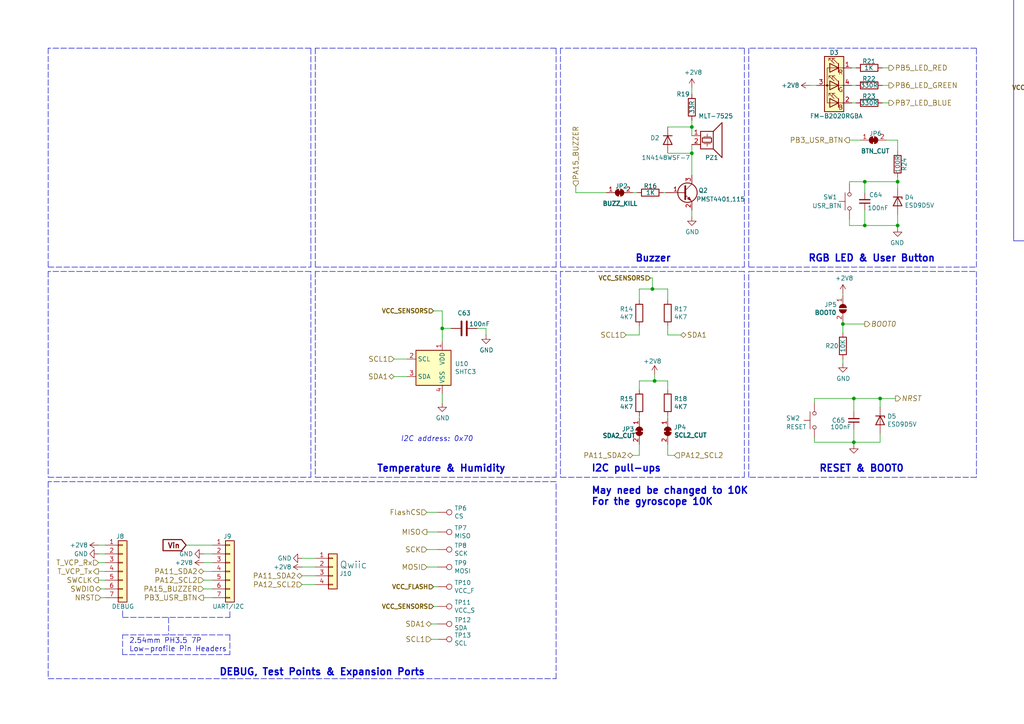
<source format=kicad_sch>
(kicad_sch (version 20231120) (generator "eeschema") (generator_version "8.0")
  (paper "A4")
  (title_block (title "Peripherals") (date "2025-03-08") (rev "1.1b") (company "BCIT BAJA"))
  (lib_symbols
    (symbol "AD7124-8BCPZ-RL7-adc:AD7124-8BCPZ-RL7" (pin_names (offset 0.254))
      (property "Reference" "U" (at 58.42 10.16 0))
      (property "Value" "AD7124-8BCPZ-RL7" (at 58.42 7.62 0))
      (symbol "AD7124-8BCPZ-RL7_0_1"
        (pin output line (at 0 0 0) (length 7.62) (name "REGCAPD") (number "1"))
        (pin bidirectional line (at 0 -22.86 0) (length 7.62) (name "AIN6/IOUT/VBIAS") (number "10"))
        (pin bidirectional line (at 0 -25.4 0) (length 7.62) (name "AIN7/IOUT/VBIAS") (number "11"))
        (pin input line (at 0 -27.94 0) (length 7.62) (name "REFIN1(+)") (number "12"))
        (pin input line (at 0 -30.48 0) (length 7.62) (name "REFIN1(-)") (number "13"))
        (pin bidirectional line (at 0 -33.02 0) (length 7.62) (name "AIN8/IOUT/VBIAS") (number "14"))
        (pin bidirectional line (at 0 -35.56 0) (length 7.62) (name "AIN9/IOUT/VBIAS") (number "15"))
        (pin bidirectional line (at 0 -38.1 0) (length 7.62) (name "AIN10/IOUT/VBIAS") (number "16"))
        (pin bidirectional line (at 116.84 -40.64 180) (length 7.62) (name "AIN11/IOUT/VBIAS") (number "17"))
        (pin bidirectional line (at 116.84 -38.1 180) (length 7.62) (name "AIN12/IOUT/VBIAS") (number "18"))
        (pin bidirectional line (at 116.84 -35.56 180) (length 7.62) (name "AIN13/IOUT/VBIAS") (number "19"))
        (pin power_in line (at 0 -2.54 0) (length 7.62) (name "IOVDD") (number "2"))
        (pin bidirectional line (at 116.84 -33.02 180) (length 7.62) (name "AIN14/IOUT/VBIAS/REFIN2(+)") (number "20"))
        (pin bidirectional line (at 116.84 -30.48 180) (length 7.62) (name "AIN15/IOUT/VBIAS/REFIN2(-)") (number "21"))
        (pin output line (at 116.84 -27.94 180) (length 7.62) (name "REFOUT") (number "22"))
        (pin power_in line (at 116.84 -25.4 180) (length 7.62) (name "AVSS") (number "23"))
        (pin output line (at 116.84 -22.86 180) (length 7.62) (name "REGCAPA") (number "24"))
        (pin unspecified line (at 116.84 -20.32 180) (length 7.62) (name "PSW") (number "25"))
        (pin power_in line (at 116.84 -17.78 180) (length 7.62) (name "AVDD") (number "26"))
        (pin input line (at 116.84 -15.24 180) (length 7.62) (name "*SYNC") (number "27"))
        (pin output line (at 116.84 -12.7 180) (length 7.62) (name "DOUT/*RDY") (number "28"))
        (pin input line (at 116.84 -10.16 180) (length 7.62) (name "DIN") (number "29"))
        (pin power_out line (at 0 -5.08 0) (length 7.62) (name "DGND") (number "3"))
        (pin input line (at 116.84 -7.62 180) (length 7.62) (name "SCLK") (number "30"))
        (pin bidirectional line (at 116.84 -5.08 180) (length 7.62) (name "CLK") (number "31"))
        (pin input line (at 116.84 -2.54 180) (length 7.62) (name "*CS") (number "32"))
        (pin power_out line (at 116.84 0 180) (length 7.62) (name "EP") (number "33"))
        (pin bidirectional line (at 0 -7.62 0) (length 7.62) (name "AIN0/IOUT/VBIAS") (number "4"))
        (pin bidirectional line (at 0 -10.16 0) (length 7.62) (name "AIN1/IOUT/VBIAS") (number "5"))
        (pin bidirectional line (at 0 -12.7 0) (length 7.62) (name "AIN2/IOUT/VBIAS/P1") (number "6"))
        (pin bidirectional line (at 0 -15.24 0) (length 7.62) (name "AIN3/IOUT/VBIAS/P2") (number "7"))
        (pin bidirectional line (at 0 -17.78 0) (length 7.62) (name "AIN4/IOUT/VBIAS/P3") (number "8"))
        (pin bidirectional line (at 0 -20.32 0) (length 7.62) (name "AIN5/IOUT/VBIAS/P4") (number "9"))
      )
    )
    (symbol "CC0603KRX7R7BB104-Gyro0.1uF:CC0603KRX7R7BB104" (pin_names (offset 1.016))
      (property "Reference" "C" (at -12.7 6.08 0))
      (property "Value" "CC0603KRX7R7BB104" (at -12.7 -9.08 0))
      (symbol "CC0603KRX7R7BB104_0_0"
        (pin bidirectional line (at -17.78 2.54 0) (length 5.08) (name "C1") (number "1"))
        (pin bidirectional line (at -17.78 0 0) (length 5.08) (name "C2") (number "2"))
      )
    )
    (symbol "Connector:TestPoint" (pin_numbers hide) (pin_names (offset 0.762) hide)
      (property "Reference" "TP" (at 0 6.858 0))
      (property "Value" "TestPoint" (at 0 5.08 0))
      (symbol "TestPoint_1_1"
        (pin passive line (at 0 0 90) (length 2.54) (name "1") (number "1"))
      )
    )
    (symbol "Connector_Generic:Conn_01x04" (pin_names (offset 1.016) hide)
      (property "Reference" "J" (at 0 5.08 0))
      (property "Value" "Conn_01x04" (at 0 -7.62 0))
      (symbol "Conn_01x04_1_1"
        (pin passive line (at -5.08 2.54 0) (length 3.81) (name "Pin_1") (number "1"))
        (pin passive line (at -5.08 0 0) (length 3.81) (name "Pin_2") (number "2"))
        (pin passive line (at -5.08 -2.54 0) (length 3.81) (name "Pin_3") (number "3"))
        (pin passive line (at -5.08 -5.08 0) (length 3.81) (name "Pin_4") (number "4"))
      )
    )
    (symbol "Connector_Generic:Conn_01x07" (pin_names (offset 1.016) hide)
      (property "Reference" "J" (at 0 10.16 0))
      (property "Value" "Conn_01x07" (at 0 -10.16 0))
      (symbol "Conn_01x07_1_1"
        (pin passive line (at -5.08 7.62 0) (length 3.81) (name "Pin_1") (number "1"))
        (pin passive line (at -5.08 5.08 0) (length 3.81) (name "Pin_2") (number "2"))
        (pin passive line (at -5.08 2.54 0) (length 3.81) (name "Pin_3") (number "3"))
        (pin passive line (at -5.08 0 0) (length 3.81) (name "Pin_4") (number "4"))
        (pin passive line (at -5.08 -2.54 0) (length 3.81) (name "Pin_5") (number "5"))
        (pin passive line (at -5.08 -5.08 0) (length 3.81) (name "Pin_6") (number "6"))
        (pin passive line (at -5.08 -7.62 0) (length 3.81) (name "Pin_7") (number "7"))
      )
    )
    (symbol "Connector_Generic:Conn_02x08_Odd_Even" (pin_names (offset 1.016) hide)
      (property "Reference" "J" (at 1.27 10.16 0))
      (property "Value" "Conn_02x08_Odd_Even" (at 1.27 -12.7 0))
      (symbol "Conn_02x08_Odd_Even_1_1"
        (pin passive line (at -5.08 7.62 0) (length 3.81) (name "Pin_1") (number "1"))
        (pin passive line (at 7.62 -2.54 180) (length 3.81) (name "Pin_10") (number "10"))
        (pin passive line (at -5.08 -5.08 0) (length 3.81) (name "Pin_11") (number "11"))
        (pin passive line (at 7.62 -5.08 180) (length 3.81) (name "Pin_12") (number "12"))
        (pin passive line (at -5.08 -7.62 0) (length 3.81) (name "Pin_13") (number "13"))
        (pin passive line (at 7.62 -7.62 180) (length 3.81) (name "Pin_14") (number "14"))
        (pin passive line (at -5.08 -10.16 0) (length 3.81) (name "Pin_15") (number "15"))
        (pin passive line (at 7.62 -10.16 180) (length 3.81) (name "Pin_16") (number "16"))
        (pin passive line (at 7.62 7.62 180) (length 3.81) (name "Pin_2") (number "2"))
        (pin passive line (at -5.08 5.08 0) (length 3.81) (name "Pin_3") (number "3"))
        (pin passive line (at 7.62 5.08 180) (length 3.81) (name "Pin_4") (number "4"))
        (pin passive line (at -5.08 2.54 0) (length 3.81) (name "Pin_5") (number "5"))
        (pin passive line (at 7.62 2.54 180) (length 3.81) (name "Pin_6") (number "6"))
        (pin passive line (at -5.08 0 0) (length 3.81) (name "Pin_7") (number "7"))
        (pin passive line (at 7.62 0 180) (length 3.81) (name "Pin_8") (number "8"))
        (pin passive line (at -5.08 -2.54 0) (length 3.81) (name "Pin_9") (number "9"))
      )
    )
    (symbol "Device:C" (pin_numbers hide) (pin_names (offset 0.254))
      (property "Reference" "C" (at 0.635 2.54 0))
      (property "Value" "C" (at 0.635 -2.54 0))
      (symbol "C_1_1"
        (pin passive line (at 0 3.81 270) (length 2.794) (name "~") (number "1"))
        (pin passive line (at 0 -3.81 90) (length 2.794) (name "~") (number "2"))
      )
    )
    (symbol "Device:C_Small" (pin_numbers hide) (pin_names (offset 0.254) hide)
      (property "Reference" "C" (at 0.254 1.778 0))
      (property "Value" "C_Small" (at 0.254 -2.032 0))
      (symbol "C_Small_1_1"
        (pin passive line (at 0 2.54 270) (length 2.032) (name "~") (number "1"))
        (pin passive line (at 0 -2.54 90) (length 2.032) (name "~") (number "2"))
      )
    )
    (symbol "Device:D_Zener" (pin_numbers hide) (pin_names (offset 1.016) hide)
      (property "Reference" "D" (at 0 2.54 0))
      (property "Value" "D_Zener" (at 0 -2.54 0))
      (symbol "D_Zener_1_1"
        (pin passive line (at -3.81 0 0) (length 2.54) (name "K") (number "1"))
        (pin passive line (at 3.81 0 180) (length 2.54) (name "A") (number "2"))
      )
    )
    (symbol "Device:R" (pin_numbers hide) (pin_names (offset 0))
      (property "Reference" "R" (at 2.032 0 90))
      (property "Value" "R" (at 0 0 90))
      (symbol "R_1_1"
        (pin passive line (at 0 3.81 270) (length 1.27) (name "~") (number "1"))
        (pin passive line (at 0 -3.81 90) (length 1.27) (name "~") (number "2"))
      )
    )
    (symbol "Device:Speaker_Crystal" (pin_names (offset 0) hide)
      (property "Reference" "LS" (at 0.635 5.715 0))
      (property "Value" "Speaker_Crystal" (at 0.635 3.81 0))
      (symbol "Speaker_Crystal_1_1"
        (pin input line (at -5.08 0 0) (length 2.54) (name "1") (number "1"))
        (pin input line (at -5.08 -2.54 0) (length 2.54) (name "2") (number "2"))
      )
    )
    (symbol "Diode:1N4148WS" (pin_numbers hide) (pin_names (offset 1.016) hide)
      (property "Reference" "D" (at 0 2.54 0))
      (property "Value" "1N4148WS" (at 0 -2.54 0))
      (symbol "1N4148WS_1_1"
        (pin passive line (at -3.81 0 0) (length 2.54) (name "K") (number "1"))
        (pin passive line (at 3.81 0 180) (length 2.54) (name "A") (number "2"))
      )
    )
    (symbol "ERJ-3EKF1002V-10k-PU:ERJ-3EKF1002V" (pin_names (offset 0.254))
      (property "Reference" "R" (at 5.715 3.81 0))
      (property "Value" "ERJ-3EKF1002V" (at 6.35 -3.81 0))
      (symbol "ERJ-3EKF1002V_1_1"
        (pin unspecified line (at 12.7 0 180) (length 2.54) (name "") (number "1"))
        (pin unspecified line (at 0 0 0) (length 2.54) (name "") (number "2"))
      )
      (symbol "ERJ-3EKF1002V_1_2"
        (pin unspecified line (at 0 12.7 270) (length 2.54) (name "") (number "1"))
        (pin unspecified line (at 0 0 90) (length 2.54) (name "") (number "2"))
      )
    )
    (symbol "GND_1" (power) (pin_numbers hide) (pin_names (offset 0) hide)
      (property "Value" "GND" (at 0 -3.81 0))
      (symbol "GND_1_1_1"
        (pin power_in line (at 0 0 270) (length 0) (name "~") (number "1"))
      )
    )
    (symbol "ICM-42605-gyroscope:ICM-42605" (pin_names (offset 0.254))
      (property "Reference" "U" (at 48.26 10.16 0))
      (property "Value" "ICM-42605" (at 48.26 7.62 0))
      (symbol "ICM-42605_0_1"
        (pin bidirectional line (at 0 0 0) (length 7.62) (name "AP_SDO/AP_AD0") (number "1"))
        (pin no_connect line (at 96.52 -10.16 180) (length 7.62) (name "RESV") (number "10"))
        (pin no_connect line (at 96.52 -7.62 180) (length 7.62) (name "RESV") (number "11"))
        (pin unspecified line (at 96.52 -5.08 180) (length 7.62) (name "AP_CS") (number "12"))
        (pin unspecified line (at 96.52 -2.54 180) (length 7.62) (name "AP_SCL/AP_SCLK") (number "13"))
        (pin unspecified line (at 96.52 0 180) (length 7.62) (name "AP_SDA/AP_SDIO/AP_SDI") (number "14"))
        (pin no_connect line (at 0 -2.54 0) (length 7.62) (name "RESV") (number "2"))
        (pin no_connect line (at 0 -5.08 0) (length 7.62) (name "RESV") (number "3"))
        (pin bidirectional line (at 0 -7.62 0) (length 7.62) (name "INT1/INT") (number "4"))
        (pin power_in line (at 0 -10.16 0) (length 7.62) (name "VDDIO") (number "5"))
        (pin power_out line (at 0 -12.7 0) (length 7.62) (name "GND") (number "6"))
        (pin no_connect line (at 0 -15.24 0) (length 7.62) (name "RESV") (number "7"))
        (pin power_in line (at 96.52 -15.24 180) (length 7.62) (name "VDD") (number "8"))
        (pin bidirectional line (at 96.52 -12.7 180) (length 7.62) (name "INT2/FSYNC") (number "9"))
      )
    )
    (symbol "Jumper:SolderJumper_2_Bridged" (pin_names (offset 0) hide)
      (property "Reference" "JP" (at 0 2.032 0))
      (property "Value" "SolderJumper_2_Bridged" (at 0 -2.54 0))
      (symbol "SolderJumper_2_Bridged_1_1"
        (pin passive line (at -3.81 0 0) (length 2.54) (name "A") (number "1"))
        (pin passive line (at 3.81 0 180) (length 2.54) (name "B") (number "2"))
      )
    )
    (symbol "Jumper:SolderJumper_2_Open" (pin_names (offset 0) hide)
      (property "Reference" "JP" (at 0 2.032 0))
      (property "Value" "SolderJumper_2_Open" (at 0 -2.54 0))
      (symbol "SolderJumper_2_Open_1_1"
        (pin passive line (at -3.81 0 0) (length 2.54) (name "A") (number "1"))
        (pin passive line (at 3.81 0 180) (length 2.54) (name "B") (number "2"))
      )
    )
    (symbol "MRF89XAM9AT-antenna:MRF89XAM9AT-I_RM" (pin_names (offset 0.254))
      (property "Reference" "U" (at 25.4 10.16 0))
      (property "Value" "MRF89XAM9AT-I/RM" (at 25.4 7.62 0))
      (symbol "MRF89XAM9AT-I_RM_0_1"
        (pin power_out line (at 0 0 0) (length 7.62) (name "GND") (number "1"))
        (pin power_in line (at 50.8 -5.08 180) (length 7.62) (name "VIN") (number "10"))
        (pin power_out line (at 50.8 -2.54 180) (length 7.62) (name "GND") (number "11"))
        (pin power_out line (at 50.8 0 180) (length 7.62) (name "GND") (number "12"))
        (pin input line (at 0 -2.54 0) (length 7.62) (name "RESET") (number "2"))
        (pin input line (at 0 -5.08 0) (length 7.62) (name "*CSCON") (number "3"))
        (pin output line (at 0 -7.62 0) (length 7.62) (name "IRQ0") (number "4"))
        (pin input line (at 0 -10.16 0) (length 7.62) (name "SDI") (number "5"))
        (pin input line (at 0 -12.7 0) (length 7.62) (name "SCK") (number "6"))
        (pin output line (at 50.8 -12.7 180) (length 7.62) (name "SDO") (number "7"))
        (pin input line (at 50.8 -10.16 180) (length 7.62) (name "*CSDATA") (number "8"))
        (pin output line (at 50.8 -7.62 180) (length 7.62) (name "IRQ1") (number "9"))
      )
    )
    (symbol "Sensor_Humidity:SHTC3"
      (property "Reference" "U" (at -3.81 6.35 0))
      (property "Value" "SHTC3" (at -2.54 -6.35 0))
      (symbol "SHTC3_1_1"
        (pin power_in line (at 2.54 7.62 270) (length 2.54) (name "VDD") (number "1"))
        (pin input line (at -7.62 2.54 0) (length 2.54) (name "SCL") (number "2"))
        (pin bidirectional line (at -7.62 -2.54 0) (length 2.54) (name "SDA") (number "3"))
        (pin power_in line (at 2.54 -7.62 90) (length 2.54) (name "VSS") (number "4"))
        (pin no_connect line (at 5.08 0 180) (length 2.54) hide (name "NC") (number "5"))
      )
    )
    (symbol "Switch:SW_Push" (pin_numbers hide) (pin_names (offset 1.016) hide)
      (property "Reference" "SW" (at 1.27 2.54 0))
      (property "Value" "SW_Push" (at 0 -1.524 0))
      (symbol "SW_Push_0_1"
        (pin passive line (at -5.08 0 0) (length 2.54) (name "1") (number "1"))
        (pin passive line (at 5.08 0 180) (length 2.54) (name "2") (number "2"))
      )
    )
    (symbol "Transistor_BJT:2SC4213" (pin_names (offset 0) hide)
      (property "Reference" "Q" (at 5.08 1.905 0))
      (property "Value" "2SC4213" (at 5.08 0 0))
      (symbol "2SC4213_1_1"
        (pin input line (at -5.08 0 0) (length 5.715) (name "B") (number "1"))
        (pin passive line (at 2.54 -5.08 90) (length 2.54) (name "E") (number "2"))
        (pin passive line (at 2.54 5.08 270) (length 2.54) (name "C") (number "3"))
      )
    )
    (symbol "node-lib-v1:FM-B2020RGBA" (pin_names (offset 0) hide)
      (property "Reference" "D" (at 0 9.398 0))
      (property "Value" "FM-B2020RGBA" (at 0 -8.89 0))
      (symbol "FM-B2020RGBA_0_0"
        (text "B" (at -1.905 -6.35 0) (effects (font (size 1.27 1.27))))
        (text "G" (at -1.905 -1.27 0) (effects (font (size 1.27 1.27))))
        (text "R" (at -1.905 3.81 0) (effects (font (size 1.27 1.27))))
      )
      (symbol "FM-B2020RGBA_1_1"
        (pin passive line (at -5.08 5.08 0) (length 2.54) (name "RK") (number "1"))
        (pin passive line (at -5.08 -5.08 0) (length 2.54) (name "GK") (number "2"))
        (pin passive line (at 5.08 0 180) (length 2.54) (name "BK") (number "3"))
        (pin passive line (at -5.08 0 0) (length 2.54) (name "A") (number "4"))
      )
    )
    (symbol "power:+2V8" (power) (pin_names (offset 0))
      (property "Value" "+2V8" (at 0 3.556 0))
      (symbol "+2V8_1_1"
        (pin power_in line (at 0 0 90) (length 0) hide (name "+2V8") (number "1"))
      )
    )
    (symbol "power:+3.3V" (power) (pin_numbers hide) (pin_names (offset 0) hide)
      (property "Value" "+3.3V" (at 0 3.556 0))
      (symbol "+3.3V_1_1"
        (pin power_in line (at 0 0 90) (length 0) (name "~") (number "1"))
      )
    )
    (symbol "power:GND" (power) (pin_names (offset 0))
      (property "Value" "GND" (at 0 -3.81 0))
      (symbol "GND_1_1"
        (pin power_in line (at 0 0 270) (length 0) hide (name "GND") (number "1"))
      )
    )
  )
  (junction (at 320.04 30.48))
  (junction (at 320.04 27.94))
  (junction (at 332.74 40.64))
  (junction (at 386.08 182.88))
  (junction (at 335.28 168.91))
  (junction (at 260.35 65.405))
  (junction (at 332.74 27.94))
  (junction (at 200.66 36.83))
  (junction (at 247.65 128.27))
  (junction (at 250.825 65.405))
  (junction (at 320.04 38.1))
  (junction (at 332.74 33.02))
  (junction (at 396.24 168.91))
  (junction (at 247.65 115.57))
  (junction (at 406.4 168.91))
  (junction (at 244.475 93.98))
  (junction (at 320.04 35.56))
  (junction (at 332.74 38.1))
  (junction (at 320.04 33.02))
  (junction (at 332.74 43.18))
  (junction (at 189.865 110.49))
  (junction (at 332.74 30.48))
  (junction (at 128.27 95.25))
  (junction (at 255.27 115.57))
  (junction (at 332.74 35.56))
  (junction (at 320.04 25.4))
  (junction (at 189.23 83.82))
  (junction (at 200.66 44.45))
  (junction (at 320.04 40.64))
  (junction (at 250.825 52.705))
  (junction (at 260.35 52.705))
  (polyline (pts (xy 217.17 77.47) (xy 283.21 77.47)) (stroke (width 0) (type dash)))
  (wire (pts (xy 260.35 62.23) (xy 260.35 65.405)))
  (wire (pts (xy 257.81 24.765) (xy 255.905 24.765)))
  (wire (pts (xy 200.66 27.305) (xy 200.66 25.4)))
  (wire (pts (xy 185.42 110.49) (xy 185.42 113.03)))
  (polyline (pts (xy 90.17 13.97) (xy 13.97 13.97)) (stroke (width 0) (type dash)))
  (wire (pts (xy 193.675 94.615) (xy 193.675 97.155)))
  (wire (pts (xy 118.11 104.14) (xy 114.3 104.14)))
  (polyline (pts (xy 91.44 78.74) (xy 91.44 138.43)) (stroke (width 0) (type dash)))
  (polyline (pts (xy 161.29 78.74) (xy 91.44 78.74)) (stroke (width 0) (type dash)))
  (polyline (pts (xy 162.56 78.74) (xy 162.56 138.43)) (stroke (width 0) (type dash)))
  (wire (pts (xy 193.675 36.83) (xy 200.66 36.83)))
  (polyline (pts (xy 13.97 78.74) (xy 13.97 138.43)) (stroke (width 0) (type dash)))
  (wire (pts (xy 185.42 120.65) (xy 185.42 121.285)))
  (wire (pts (xy 140.97 95.25) (xy 140.97 97.155)))
  (polyline (pts (xy 13.97 196.85) (xy 161.29 196.85)) (stroke (width 0) (type dash)))
  (wire (pts (xy 332.74 43.18) (xy 332.74 45.72)))
  (wire (pts (xy 320.04 35.56) (xy 320.04 33.02)))
  (wire (pts (xy 246.38 63.5) (xy 246.38 65.405)))
  (wire (pts (xy 246.38 52.705) (xy 246.38 53.34)))
  (wire (pts (xy 193.675 97.155) (xy 197.485 97.155)))
  (polyline (pts (xy 90.17 138.43) (xy 90.17 78.74)) (stroke (width 0) (type dash)))
  (polyline (pts (xy 215.9 78.74) (xy 162.56 78.74)) (stroke (width 0) (type dash)))
  (wire (pts (xy 260.35 40.64) (xy 260.35 43.815)))
  (polyline (pts (xy 91.44 138.43) (xy 161.29 138.43)) (stroke (width 0) (type dash)))
  (polyline (pts (xy 161.29 139.7) (xy 13.97 139.7)) (stroke (width 0) (type dash)))
  (polyline (pts (xy 161.29 13.97) (xy 91.44 13.97)) (stroke (width 0) (type dash)))
  (wire (pts (xy 87.63 169.545) (xy 91.44 169.545)))
  (wire (pts (xy 411.48 54.61) (xy 414.655 54.61)))
  (polyline (pts (xy 90.17 78.74) (xy 13.97 78.74)) (stroke (width 0) (type dash)))
  (wire (pts (xy 59.055 173.355) (xy 61.595 173.355)))
  (wire (pts (xy 332.74 38.1) (xy 332.74 40.64)))
  (wire (pts (xy 332.74 33.02) (xy 332.74 35.56)))
  (polyline (pts (xy 35.56 189.865) (xy 35.56 184.15)) (stroke (width 0) (type dash)))
  (wire (pts (xy 257.175 40.64) (xy 260.35 40.64)))
  (wire (pts (xy 236.22 116.84) (xy 236.22 115.57)))
  (wire (pts (xy 29.21 170.815) (xy 30.48 170.815)))
  (wire (pts (xy 255.27 118.11) (xy 255.27 115.57)))
  (wire (pts (xy 417.83 168.91) (xy 417.83 176.53)))
  (wire (pts (xy 61.595 160.655) (xy 59.055 160.655)))
  (wire (pts (xy 189.865 108.585) (xy 189.865 110.49)))
  (wire (pts (xy 189.23 83.82) (xy 193.675 83.82)))
  (polyline (pts (xy 161.29 196.85) (xy 161.29 139.7)) (stroke (width 0) (type dash)))
  (wire (pts (xy 250.825 55.88) (xy 250.825 52.705)))
  (polyline (pts (xy 35.56 179.07) (xy 66.675 179.07)) (stroke (width 0) (type dash)))
  (wire (pts (xy 87.63 161.925) (xy 91.44 161.925)))
  (wire (pts (xy 320.04 27.94) (xy 320.04 25.4)))
  (polyline (pts (xy 66.675 179.07) (xy 66.675 177.165)) (stroke (width 0) (type dash)))
  (wire (pts (xy 326.39 193.04) (xy 335.28 193.04)))
  (wire (pts (xy 167.005 55.88) (xy 175.895 55.88)))
  (wire (pts (xy 247.65 115.57) (xy 255.27 115.57)))
  (wire (pts (xy 244.475 104.14) (xy 244.475 105.41)))
  (wire (pts (xy 30.48 158.115) (xy 28.575 158.115)))
  (polyline (pts (xy 215.9 13.97) (xy 162.56 13.97)) (stroke (width 0) (type dash)))
  (wire (pts (xy 396.24 168.91) (xy 396.24 187.96)))
  (wire (pts (xy 244.475 93.345) (xy 244.475 93.98)))
  (wire (pts (xy 386.08 190.5) (xy 397.51 190.5)))
  (wire (pts (xy 244.475 85.09) (xy 244.475 85.725)))
  (polyline (pts (xy 91.44 13.97) (xy 91.44 77.47)) (stroke (width 0) (type dash)))
  (wire (pts (xy 386.08 182.88) (xy 386.08 185.42)))
  (wire (pts (xy 406.4 184.15) (xy 406.4 186.69)))
  (wire (pts (xy 193.675 110.49) (xy 193.675 113.03)))
  (wire (pts (xy 320.04 33.02) (xy 320.04 30.48)))
  (wire (pts (xy 244.475 93.98) (xy 250.825 93.98)))
  (wire (pts (xy 53.975 158.115) (xy 61.595 158.115)))
  (wire (pts (xy 193.675 132.08) (xy 195.58 132.08)))
  (wire (pts (xy 193.675 83.82) (xy 193.675 86.995)))
  (wire (pts (xy 255.905 19.685) (xy 257.81 19.685)))
  (wire (pts (xy 417.83 184.15) (xy 417.83 186.69)))
  (wire (pts (xy 189.23 80.645) (xy 189.23 83.82)))
  (wire (pts (xy 30.48 163.195) (xy 28.575 163.195)))
  (wire (pts (xy 28.575 160.655) (xy 30.48 160.655)))
  (wire (pts (xy 313.69 168.91) (xy 313.69 177.8)))
  (wire (pts (xy 260.35 52.705) (xy 250.825 52.705)))
  (polyline (pts (xy 13.97 138.43) (xy 90.17 138.43)) (stroke (width 0) (type dash)))
  (wire (pts (xy 247.65 128.27) (xy 255.27 128.27)))
  (polyline (pts (xy 215.9 77.47) (xy 215.9 13.97)) (stroke (width 0) (type dash)))
  (wire (pts (xy 260.35 65.405) (xy 260.35 66.04)))
  (wire (pts (xy 185.42 83.82) (xy 185.42 86.995)))
  (wire (pts (xy 320.04 30.48) (xy 320.04 27.94)))
  (wire (pts (xy 260.35 65.405) (xy 250.825 65.405)))
  (wire (pts (xy 185.42 94.615) (xy 185.42 97.155)))
  (wire (pts (xy 123.825 154.305) (xy 127 154.305)))
  (polyline (pts (xy 13.97 77.47) (xy 90.17 77.47)) (stroke (width 0) (type dash)))
  (polyline (pts (xy 162.56 77.47) (xy 215.9 77.47)) (stroke (width 0) (type dash)))
  (wire (pts (xy 320.04 40.64) (xy 320.04 38.1)))
  (wire (pts (xy 332.74 35.56) (xy 332.74 38.1)))
  (wire (pts (xy 125.095 180.975) (xy 127 180.975)))
  (polyline (pts (xy 283.21 138.43) (xy 217.17 138.43)) (stroke (width 0) (type dash)))
  (wire (pts (xy 255.905 29.845) (xy 257.81 29.845)))
  (wire (pts (xy 332.74 40.64) (xy 332.74 43.18)))
  (polyline (pts (xy 13.97 13.97) (xy 13.97 77.47)) (stroke (width 0) (type dash)))
  (polyline (pts (xy 66.675 184.15) (xy 66.675 189.865)) (stroke (width 0) (type dash)))
  (wire (pts (xy 326.39 185.42) (xy 335.28 185.42)))
  (wire (pts (xy 128.27 90.17) (xy 128.27 95.25)))
  (polyline (pts (xy 217.17 13.97) (xy 217.17 77.47)) (stroke (width 0) (type dash)))
  (wire (pts (xy 250.825 65.405) (xy 246.38 65.405)))
  (wire (pts (xy 189.865 110.49) (xy 193.675 110.49)))
  (polyline (pts (xy 283.21 13.97) (xy 217.17 13.97)) (stroke (width 0) (type dash)))
  (wire (pts (xy 236.22 128.27) (xy 247.65 128.27)))
  (wire (pts (xy 250.825 52.705) (xy 246.38 52.705)))
  (wire (pts (xy 185.42 132.08) (xy 183.515 132.08)))
  (wire (pts (xy 127 148.59) (xy 123.825 148.59)))
  (polyline (pts (xy 215.9 138.43) (xy 215.9 78.74)) (stroke (width 0) (type dash)))
  (polyline (pts (xy 283.21 78.74) (xy 283.21 138.43)) (stroke (width 0) (type dash)))
  (wire (pts (xy 250.825 60.96) (xy 250.825 65.405)))
  (polyline (pts (xy 217.17 78.74) (xy 283.21 78.74)) (stroke (width 0) (type dash)))
  (polyline (pts (xy 35.56 177.165) (xy 35.56 179.07)) (stroke (width 0) (type dash)))
  (polyline (pts (xy 91.44 77.47) (xy 161.29 77.47)) (stroke (width 0) (type dash)))
  (wire (pts (xy 200.66 60.96) (xy 200.66 62.865)))
  (wire (pts (xy 125.73 90.17) (xy 128.27 90.17)))
  (wire (pts (xy 386.08 195.58) (xy 397.51 195.58)))
  (wire (pts (xy 200.66 36.83) (xy 200.66 39.37)))
  (wire (pts (xy 259.715 115.57) (xy 255.27 115.57)))
  (wire (pts (xy 236.22 115.57) (xy 247.65 115.57)))
  (wire (pts (xy 125.73 175.895) (xy 127 175.895)))
  (wire (pts (xy 332.74 25.4) (xy 332.74 27.94)))
  (wire (pts (xy 61.595 168.275) (xy 59.055 168.275)))
  (wire (pts (xy 138.43 95.25) (xy 140.97 95.25)))
  (wire (pts (xy 260.35 51.435) (xy 260.35 52.705)))
  (polyline (pts (xy 90.17 77.47) (xy 90.17 13.97)) (stroke (width 0) (type dash)))
  (wire (pts (xy 335.28 168.91) (xy 386.08 168.91)))
  (wire (pts (xy 193.675 128.905) (xy 193.675 132.08)))
  (wire (pts (xy 128.27 114.3) (xy 128.27 116.84)))
  (wire (pts (xy 200.66 44.45) (xy 200.66 50.8)))
  (wire (pts (xy 181.61 97.155) (xy 185.42 97.155)))
  (wire (pts (xy 200.66 41.91) (xy 200.66 44.45)))
  (wire (pts (xy 332.74 30.48) (xy 332.74 33.02)))
  (wire (pts (xy 335.28 182.88) (xy 335.28 168.91)))
  (wire (pts (xy 236.22 127) (xy 236.22 128.27)))
  (wire (pts (xy 193.675 120.65) (xy 193.675 121.285)))
  (wire (pts (xy 247.65 128.27) (xy 247.65 128.905)))
  (wire (pts (xy 386.08 187.96) (xy 396.24 187.96)))
  (wire (pts (xy 414.655 59.69) (xy 411.48 59.69)))
  (wire (pts (xy 335.28 168.91) (xy 313.69 168.91)))
  (wire (pts (xy 320.04 43.18) (xy 320.04 40.64)))
  (wire (pts (xy 123.825 164.465) (xy 127 164.465)))
  (wire (pts (xy 396.24 168.91) (xy 406.4 168.91)))
  (wire (pts (xy 193.675 44.45) (xy 200.66 44.45)))
  (wire (pts (xy 87.63 164.465) (xy 91.44 164.465)))
  (wire (pts (xy 127 170.18) (xy 125.73 170.18)))
  (wire (pts (xy 127 185.42) (xy 125.095 185.42)))
  (wire (pts (xy 386.08 193.04) (xy 397.51 193.04)))
  (wire (pts (xy 260.35 52.705) (xy 260.35 54.61)))
  (wire (pts (xy 406.4 168.91) (xy 417.83 168.91)))
  (wire (pts (xy 167.005 53.975) (xy 167.005 55.88)))
  (wire (pts (xy 326.39 190.5) (xy 335.28 190.5)))
  (wire (pts (xy 200.66 34.925) (xy 200.66 36.83)))
  (polyline (pts (xy 161.29 77.47) (xy 161.29 13.97)) (stroke (width 0) (type dash)))
  (wire (pts (xy 59.055 170.815) (xy 61.595 170.815)))
  (polyline (pts (xy 13.97 139.7) (xy 13.97 196.85)) (stroke (width 0) (type dash)))
  (wire (pts (xy 244.475 93.98) (xy 244.475 96.52)))
  (wire (pts (xy 130.81 95.25) (xy 128.27 95.25)))
  (wire (pts (xy 406.4 168.91) (xy 406.4 176.53)))
  (wire (pts (xy 28.575 168.275) (xy 30.48 168.275)))
  (wire (pts (xy 188.595 80.645) (xy 189.23 80.645)))
  (polyline (pts (xy 66.675 189.865) (xy 35.56 189.865)) (stroke (width 0) (type dash)))
  (wire (pts (xy 61.595 163.195) (xy 59.055 163.195)))
  (wire (pts (xy 414.655 48.895) (xy 411.48 48.895)))
  (wire (pts (xy 386.08 168.91) (xy 386.08 182.88)))
  (wire (pts (xy 396.24 165.1) (xy 396.24 168.91)))
  (polyline (pts (xy 48.895 179.07) (xy 48.895 184.15)) (stroke (width 0) (type dash)))
  (wire (pts (xy 128.27 95.25) (xy 128.27 99.06)))
  (wire (pts (xy 247.015 29.845) (xy 248.285 29.845)))
  (wire (pts (xy 59.055 165.735) (xy 61.595 165.735)))
  (wire (pts (xy 189.865 110.49) (xy 185.42 110.49)))
  (polyline (pts (xy 217.17 138.43) (xy 217.17 78.74)) (stroke (width 0) (type dash)))
  (wire (pts (xy 192.405 55.88) (xy 193.04 55.88)))
  (wire (pts (xy 127 159.385) (xy 123.825 159.385)))
  (wire (pts (xy 320.04 38.1) (xy 320.04 35.56)))
  (wire (pts (xy 248.285 24.765) (xy 247.015 24.765)))
  (wire (pts (xy 189.23 83.82) (xy 185.42 83.82)))
  (wire (pts (xy 247.015 19.685) (xy 248.285 19.685)))
  (wire (pts (xy 249.555 40.64) (xy 246.38 40.64)))
  (wire (pts (xy 326.39 195.58) (xy 335.28 195.58)))
  (wire (pts (xy 247.65 124.46) (xy 247.65 128.27)))
  (polyline (pts (xy 162.56 138.43) (xy 215.9 138.43)) (stroke (width 0) (type dash)))
  (polyline (pts (xy 162.56 13.97) (xy 162.56 77.47)) (stroke (width 0) (type dash)))
  (polyline (pts (xy 283.21 77.47) (xy 283.21 13.97)) (stroke (width 0) (type dash)))
  (wire (pts (xy 332.74 27.94) (xy 332.74 30.48)))
  (wire (pts (xy 28.575 165.735) (xy 30.48 165.735)))
  (wire (pts (xy 183.515 55.88) (xy 184.785 55.88)))
  (wire (pts (xy 29.21 173.355) (xy 30.48 173.355)))
  (wire (pts (xy 247.65 119.38) (xy 247.65 115.57)))
  (wire (pts (xy 185.42 128.905) (xy 185.42 132.08)))
  (wire (pts (xy 114.3 109.22) (xy 118.11 109.22)))
  (wire (pts (xy 234.95 24.765) (xy 236.855 24.765)))
  (wire (pts (xy 320.04 25.4) (xy 312.42 25.4)))
  (polyline (pts (xy 35.56 184.15) (xy 66.675 184.15)) (stroke (width 0) (type dash)))
  (polyline (pts (xy 161.29 138.43) (xy 161.29 78.74)) (stroke (width 0) (type dash)))
  (wire (pts (xy 255.27 125.73) (xy 255.27 128.27)))
  (wire (pts (xy 326.39 187.96) (xy 335.28 187.96)))
  (wire (pts (xy 411.48 64.77) (xy 414.655 64.77)))
  (wire (pts (xy 91.44 167.005) (xy 87.63 167.005)))
  (rectangle (start 301.625 75.565) (end 440.055 153.67))
  (rectangle (start 302.895 158.115) (end 433.07 205.74))
  (rectangle (start 294.005 -31.75) (end 513.08 69.85))
  (text "I2C pull-ups\n\nMay need be changed to 10K\nFor the gyroscope 10K" (at 171.45 146.812 0) (effects (font (size 2.0066 2.0066) (thickness 0.4013) (bold yes)) (justify left bottom)))
  (text "ANTENNA\n" (at 350.774 163.576 0) (effects (font (size 1.4986 1.4986))))
  (text "Buzzer" (at 184.15 76.2 0) (effects (font (size 2.0066 2.0066) (thickness 0.4013) (bold yes)) (justify left bottom)))
  (text "2.54mm PH3.5 7P \nLow-profile Pin Headers\n" (at 37.465 189.23 0) (effects (font (size 1.4986 1.4986)) (justify left bottom)))
  (text "Temperature & Humidity" (at 109.22 137.16 0) (effects (font (size 2.0066 2.0066) (thickness 0.4013) (bold yes)) (justify left bottom)))
  (text "to be added the ADC\n" (at 362.966 59.944 0) (effects (font (size 1.4986 1.4986))))
  (text "I2C address: 0x70" (at 116.205 128.27 0) (effects (font (size 1.4986 1.4986) (italic yes)) (justify left bottom)))
  (text "IMU\n-WEIRD LOOKING CAPACITORS BTW" (at 363.22 83.058 0) (effects (font (size 1.4986 1.4986))))
  (text "RESET & BOOT0" (at 237.49 137.16 0) (effects (font (size 2.0066 2.0066) (thickness 0.4013) (bold yes)) (justify left bottom)))
  (text "DEBUG, Test Points & Expansion Ports" (at 63.5 196.215 0) (effects (font (size 2.0066 2.0066) (thickness 0.4013) (bold yes)) (justify left bottom)))
  (text "RGB LED & User Button" (at 234.315 76.2 0) (effects (font (size 2.0066 2.0066) (thickness 0.4013) (bold yes)) (justify left bottom)))
  (text "ADC" (at 380.238 -20.828 0) (effects (font (size 1.4986 1.4986))))
  (label "AIN5" (at 363.22 30.48 0) (effects (font (size 1.4986 1.4986))))
  (label "AIN2" (at 350.52 27.94 180) (effects (font (size 1.4986 1.4986))))
  (label "AIN15" (at 363.22 43.18 0) (effects (font (size 1.4986 1.4986))))
  (label "AIN12" (at 350.52 40.64 180) (effects (font (size 1.4986 1.4986))))
  (label "AIN9" (at 363.22 35.56 0) (effects (font (size 1.4986 1.4986))))
  (label "AIN4" (at 350.52 30.48 180) (effects (font (size 1.4986 1.4986))))
  (label "AIN10" (at 350.52 38.1 180) (effects (font (size 1.4986 1.4986))))
  (label "AIN7" (at 363.22 33.02 0) (effects (font (size 1.4986 1.4986))))
  (label "AIN0" (at 350.52 25.4 180) (effects (font (size 1.4986 1.4986))))
  (label "AIN6" (at 350.52 33.02 180) (effects (font (size 1.4986 1.4986))))
  (label "AIN8" (at 350.52 35.56 180) (effects (font (size 1.4986 1.4986))))
  (label "AIN14" (at 350.52 43.18 180) (effects (font (size 1.4986 1.4986))))
  (label "AIN1" (at 363.22 25.4 0) (effects (font (size 1.4986 1.4986))))
  (label "AIN13" (at 363.22 40.64 0) (effects (font (size 1.4986 1.4986))))
  (label "AIN11" (at 363.22 38.1 0) (effects (font (size 1.4986 1.4986))))
  (label "AIN3" (at 363.22 27.94 0) (effects (font (size 1.4986 1.4986))))
  (global_label "Vin" (shape input) (at 53.975 158.115 180) (effects (font (size 1.4986 1.4986) (thickness 0.2997) (bold yes))) (property "Intersheetrefs" "${INTERSHEET_REFS}" (effects (hide yes))))
  (hierarchical_label "SCK" (shape input) (at 123.825 159.385 180) (effects (font (size 1.4986 1.4986))))
  (hierarchical_label "PB6_LED_GREEN" (shape output) (at 257.81 24.765 0) (effects (font (size 1.4986 1.4986))))
  (hierarchical_label "T_VCP_Rx" (shape input) (at 28.575 163.195 180) (effects (font (size 1.4986 1.4986))))
  (hierarchical_label "VCC_FLASH" (shape input) (at 125.73 170.18 180) (effects (font (thickness 0.254) (bold yes))))
  (hierarchical_label "PA15_BUZZER" (shape input) (at 167.005 53.975 90) (effects (font (size 1.4986 1.4986))))
  (hierarchical_label "NRST" (shape input) (at 29.21 173.355 180) (effects (font (size 1.4986 1.4986))))
  (hierarchical_label "PA12_SCL2" (shape input) (at 87.63 169.545 180) (effects (font (size 1.4986 1.4986))))
  (hierarchical_label "VCC_SENSORS" (shape input) (at 125.73 175.895 180) (effects (font (thickness 0.254) (bold yes))))
  (hierarchical_label "PA11_SDA2" (shape bidirectional) (at 87.63 167.005 180) (effects (font (size 1.4986 1.4986))))
  (hierarchical_label "BOOT0" (shape output) (at 250.825 93.98 0) (effects (font (size 1.4986 1.4986) (italic yes))))
  (hierarchical_label "PA11_SDA2" (shape bidirectional) (at 59.055 165.735 180) (effects (font (size 1.4986 1.4986))))
  (hierarchical_label "ANT_IRQ0" (shape input) (at 326.39 190.5 180) (effects (font (size 1.4986 1.4986))))
  (hierarchical_label "SWCLK" (shape output) (at 28.575 168.275 180) (effects (font (size 1.4986 1.4986))))
  (hierarchical_label "ANT_SD0" (shape output) (at 397.51 195.58 0) (effects (font (size 1.4986 1.4986) (italic yes))))
  (hierarchical_label "SCL1" (shape input) (at 114.3 104.14 180) (effects (font (size 1.4986 1.4986))))
  (hierarchical_label "VCC_SENSORS" (shape input) (at 125.73 90.17 180) (effects (font (thickness 0.254) (bold yes))))
  (hierarchical_label "ANT_IRQ1" (shape output) (at 397.51 190.5 0) (effects (font (size 1.4986 1.4986) (italic yes))))
  (hierarchical_label "SCK" (shape input) (at 411.48 59.69 180) (effects (font (size 1.4986 1.4986))))
  (hierarchical_label "ANT_SDI" (shape output) (at 326.39 193.04 180) (effects (font (size 1.4986 1.4986) (italic yes))))
  (hierarchical_label "PA12_SCL2" (shape input) (at 59.055 168.275 180) (effects (font (size 1.4986 1.4986))))
  (hierarchical_label "SCL1" (shape input) (at 181.61 97.155 180) (effects (font (size 1.4986 1.4986))))
  (hierarchical_label "ANT_SCK" (shape output) (at 326.39 195.58 180) (effects (font (size 1.4986 1.4986) (italic yes))))
  (hierarchical_label "SDA1" (shape bidirectional) (at 114.3 109.22 180) (effects (font (size 1.4986 1.4986))))
  (hierarchical_label "SCL1" (shape input) (at 125.095 185.42 180) (effects (font (size 1.4986 1.4986))))
  (hierarchical_label "VCC_STRAINGAUGE" (shape input) (at 312.42 25.4 180) (effects (font (thickness 0.254) (bold yes))))
  (hierarchical_label "FlashCS" (shape input) (at 123.825 148.59 180) (effects (font (size 1.4986 1.4986))))
  (hierarchical_label "MISO" (shape output) (at 411.48 54.61 180) (effects (font (size 1.4986 1.4986))))
  (hierarchical_label "ANT_RESET" (shape output) (at 326.39 185.42 180) (effects (font (size 1.4986 1.4986) (italic yes))))
  (hierarchical_label "PB5_LED_RED" (shape output) (at 257.81 19.685 0) (effects (font (size 1.4986 1.4986))))
  (hierarchical_label "PB7_LED_BLUE" (shape output) (at 257.81 29.845 0) (effects (font (size 1.4986 1.4986))))
  (hierarchical_label "strainGaugeCS" (shape input) (at 411.48 48.895 180) (effects (font (size 1.4986 1.4986))))
  (hierarchical_label "PB3_USR_BTN" (shape output) (at 246.38 40.64 180) (effects (font (size 1.4986 1.4986))))
  (hierarchical_label "ANT_CSDATA" (shape output) (at 397.51 193.04 0) (effects (font (size 1.4986 1.4986) (italic yes))))
  (hierarchical_label "ANT_CSCON" (shape output) (at 326.39 187.96 180) (effects (font (size 1.4986 1.4986) (italic yes))))
  (hierarchical_label "VCC_SENSORS" (shape input) (at 188.595 80.645 180) (effects (font (thickness 0.254) (bold yes))))
  (hierarchical_label "SWDIO" (shape bidirectional) (at 29.21 170.815 180) (effects (font (size 1.4986 1.4986))))
  (hierarchical_label "T_VCP_Tx" (shape output) (at 28.575 165.735 180) (effects (font (size 1.4986 1.4986))))
  (hierarchical_label "MOSI" (shape input) (at 411.48 64.77 180) (effects (font (size 1.4986 1.4986))))
  (hierarchical_label "PA11_SDA2" (shape bidirectional) (at 183.515 132.08 180) (effects (font (size 1.4986 1.4986))))
  (hierarchical_label "MISO" (shape output) (at 123.825 154.305 180) (effects (font (size 1.4986 1.4986))))
  (hierarchical_label "SDA1" (shape bidirectional) (at 197.485 97.155 0) (effects (font (size 1.4986 1.4986))))
  (hierarchical_label "PA15_BUZZER" (shape input) (at 59.055 170.815 180) (effects (font (size 1.4986 1.4986))))
  (hierarchical_label "MOSI" (shape input) (at 123.825 164.465 180) (effects (font (size 1.4986 1.4986))))
  (hierarchical_label "PB3_USR_BTN" (shape output) (at 59.055 173.355 180) (effects (font (size 1.4986 1.4986))))
  (hierarchical_label "NRST" (shape output) (at 259.715 115.57 0) (effects (font (size 1.4986 1.4986) (italic yes))))
  (hierarchical_label "PA12_SCL2" (shape input) (at 195.58 132.08 0) (effects (font (size 1.4986 1.4986))))
  (hierarchical_label "SDA1" (shape bidirectional) (at 125.095 180.975 180) (effects (font (size 1.4986 1.4986))))
  (symbol (lib_id "Device:Speaker_Crystal") (at 205.74 39.37 0) (unit 1)
    (property "Reference" "PZ1" (at 204.47 45.72 0) (effects (justify left)))
    (property "Value" "MLT-7525" (at 202.565 33.655 0) (effects (justify left)))
    (property "Footprint" "node-lib-v1:Buzzer_MLT-7525" (effects (hide yes)))
    (property "MPN" "MLT-7525" (effects (hide yes)))
    (property "URL" "https://lcsc.com/product-detail/Buzzers_Jiangsu-Huaneng-Elec-MLT-7525_C95299.html" (effects (hide yes)))
    (property "Distributor link" "https://lcsc.com/product-detail/Buzzers_Jiangsu-Huaneng-Elec-MLT-7525_C95299.html" (effects (hide yes)))
    (property "Manufacturer Part Number" "MLT-7525" (effects (hide yes)))
  )
  (symbol (lib_id "Diode:1N4148WS") (at 193.675 40.64 90) (mirror x) (unit 1)
    (property "Reference" "D2" (at 188.595 40.005 90) (effects (justify right)))
    (property "Value" "1N4148WSF-7" (at 186.055 45.72 90) (effects (justify right)))
    (property "Footprint" "node-lib-v1:D_SOD-323F_custom" (effects (hide yes)))
    (property "MPN" "1N4148WSF-7" (effects (hide yes)))
    (property "URL" "https://lcsc.com/product-detail/Switching-Diode_Diodes-Incorporated-1N4148WSF-7_C119617.html" (effects (hide yes)))
    (property "Distributor link" "https://lcsc.com/product-detail/Switching-Diode_Diodes-Incorporated-1N4148WSF-7_C119617.html" (effects (hide yes)))
    (property "Manufacturer Part Number" "1N4148WSF-7" (effects (hide yes)))
  )
  (symbol (lib_id "Transistor_BJT:2SC4213") (at 198.12 55.88 0) (unit 1)
    (property "Reference" "Q2" (at 202.565 55.245 0) (effects (justify left)))
    (property "Value" "PMST4401,115" (at 201.93 57.785 0) (effects (justify left)))
    (property "Footprint" "Package_TO_SOT_SMD:SOT-323_SC-70" (effects (hide yes)))
    (property "MPN" "PMST4401,115" (effects (hide yes)))
    (property "URL" "https://lcsc.com/product-detail/Transistors-NPN-PNP_Nexperia-PMST4401-115_C454963.html" (effects (hide yes)))
    (property "Distributor link" "https://lcsc.com/product-detail/Transistors-NPN-PNP_Nexperia-PMST4401-115_C454963.html" (effects (hide yes)))
    (property "Manufacturer Part Number" "PMST4401,115" (effects (hide yes)))
  )
  (symbol (lib_id "power:GND") (at 200.66 62.865 0) (unit 1)
    (property "Reference" "#PWR091" (effects (hide yes)))
    (property "Value" "GND" (at 200.787 67.2592 0))
  )
  (symbol (lib_id "Device:R") (at 188.595 55.88 90) (mirror x) (unit 1)
    (property "Reference" "R16" (at 186.69 53.975 90) (effects (justify right)))
    (property "Value" "1K" (at 187.325 55.88 90) (effects (justify right)))
    (property "Footprint" "Resistor_SMD:R_0402_1005Metric" (effects (hide yes)))
    (property "MPN" "RC0402FR-071KL" (effects (hide yes)))
    (property "URL" "https://lcsc.com/product-detail/Chip-Resistor-Surface-Mount_1KR-1001-1_C106235.html" (effects (hide yes)))
    (property "Distributor link" "https://lcsc.com/product-detail/Chip-Resistor-Surface-Mount_1KR-1001-1_C106235.html" (effects (hide yes)))
    (property "Manufacturer Part Number" "RC0402FR-071KL" (effects (hide yes)))
  )
  (symbol (lib_id "Switch:SW_Push") (at 246.38 58.42 90) (mirror x) (unit 1)
    (property "Reference" "SW1" (at 238.76 57.15 90) (effects (justify right)))
    (property "Value" "USR_BTN" (at 235.585 59.69 90) (effects (justify right)))
    (property "Footprint" "node-lib-v1:PushButton_KSC721GLFS" (effects (hide yes)))
    (property "MPN" "KSC721GLFS" (effects (hide yes)))
    (property "URL" "https://lcsc.com/product-detail/Tactile-Switches_C-K-KSC721GLFS_C221764.html" (effects (hide yes)))
    (property "Distributor link" "https://lcsc.com/product-detail/Tactile-Switches_C-K-KSC721GLFS_C221764.html" (effects (hide yes)))
    (property "Manufacturer Part Number" "KSC721GLFS" (effects (hide yes)))
  )
  (symbol (lib_id "power:GND") (at 260.35 66.04 0) (mirror y) (unit 1)
    (property "Reference" "#PWR096" (effects (hide yes)))
    (property "Value" "GND" (at 260.223 70.4342 0))
  )
  (symbol (lib_id "Sensor_Humidity:SHTC3") (at 125.73 106.68 0) (unit 1)
    (property "Reference" "U10" (at 131.9276 105.5116 0) (effects (justify left)))
    (property "Value" "SHTC3" (at 131.9276 107.823 0) (effects (justify left)))
    (property "Footprint" "node-lib-v1:Sensirion_DFN-4-1EP_2x2mm_P1mm_EP0.7x1.6mm" (effects (hide yes)))
    (property "Datasheet" "https://www.sensirion.com/fileadmin/user_upload/customers/sensirion/Dokumente/0_Datasheets/Humidity/Sensirion_Humidity_Sensors_SHTC3_Datasheet.pdf" (effects (hide yes)))
    (property "MPN" "SHTC3" (effects (hide yes)))
    (property "URL" "https://lcsc.com/product-detail/Temperature-Humidity-Sensors_Sensirion-SHTC3_C194656.html" (effects (hide yes)))
    (property "Distributor link" "https://lcsc.com/product-detail/Temperature-Humidity-Sensors_Sensirion-SHTC3_C194656.html" (effects (hide yes)))
    (property "Manufacturer Part Number" "SHTC3" (effects (hide yes)))
  )
  (symbol (lib_id "Device:C") (at 134.62 95.25 270) (unit 1)
    (property "Reference" "C63" (at 134.62 90.805 90))
    (property "Value" "100nF" (at 139.065 93.98 90))
    (property "Footprint" "Capacitor_SMD:C_0402_1005Metric" (effects (hide yes)))
    (property "MPN" "CC0402KRX7R7BB104" (effects (hide yes)))
    (property "URL" "https://lcsc.com/product-detail/Multilayer-Ceramic-Capacitors-MLCC-SMD-SMT_YAGEO-CC0402KRX7R7BB104_C60474.html" (effects (hide yes)))
    (property "Distributor link" "https://lcsc.com/product-detail/Multilayer-Ceramic-Capacitors-MLCC-SMD-SMT_YAGEO-CC0402KRX7R7BB104_C60474.html" (effects (hide yes)))
    (property "Manufacturer Part Number" "CC0402KRX7R7BB104" (effects (hide yes)))
  )
  (symbol (lib_id "power:GND") (at 140.97 97.155 0) (unit 1)
    (property "Reference" "#PWR088" (effects (hide yes)))
    (property "Value" "GND" (at 141.097 101.5492 0))
  )
  (symbol (lib_id "Device:R") (at 185.42 90.805 0) (mirror x) (unit 1)
    (property "Reference" "R14" (at 183.6674 89.6366 0) (effects (justify right)))
    (property "Value" "4K7" (at 183.6674 91.948 0) (effects (justify right)))
    (property "Footprint" "Resistor_SMD:R_0402_1005Metric" (effects (hide yes)))
    (property "MPN" "AC0402FR-074K7L" (effects (hide yes)))
    (property "URL" "https://lcsc.com/product-detail/Chip-Resistor-Surface-Mount_YAGEO-AC0402FR-074K7L_C174364.html" (effects (hide yes)))
    (property "Distributor link" "https://lcsc.com/product-detail/Chip-Resistor-Surface-Mount_YAGEO-AC0402FR-074K7L_C174364.html" (effects (hide yes)))
    (property "Manufacturer Part Number" "AC0402FR-074K7L" (effects (hide yes)))
  )
  (symbol (lib_id "Device:R") (at 193.675 90.805 0) (unit 1)
    (property "Reference" "R17" (at 195.453 89.6366 0) (effects (justify left)))
    (property "Value" "4K7" (at 195.453 91.948 0) (effects (justify left)))
    (property "Footprint" "Resistor_SMD:R_0402_1005Metric" (effects (hide yes)))
    (property "MPN" "AC0402FR-074K7L" (effects (hide yes)))
    (property "URL" "https://lcsc.com/product-detail/Chip-Resistor-Surface-Mount_YAGEO-AC0402FR-074K7L_C174364.html" (effects (hide yes)))
    (property "Distributor link" "https://lcsc.com/product-detail/Chip-Resistor-Surface-Mount_YAGEO-AC0402FR-074K7L_C174364.html" (effects (hide yes)))
    (property "Manufacturer Part Number" "AC0402FR-074K7L" (effects (hide yes)))
  )
  (symbol (lib_id "power:GND") (at 128.27 116.84 0) (unit 1)
    (property "Reference" "#PWR085" (effects (hide yes)))
    (property "Value" "GND" (at 128.397 121.2342 0))
  )
  (symbol (lib_id "Device:R") (at 244.475 100.33 180) (unit 1)
    (property "Reference" "R20" (at 241.3 100.33 0))
    (property "Value" "10K" (at 244.475 100.33 90))
    (property "Footprint" "Inductor_SMD:L_0402_1005Metric" (effects (hide yes)))
    (property "MPN" "AC0402JR-0710KL" (effects (hide yes)))
    (property "URL" "https://lcsc.com/product-detail/Chip-Resistor-Surface-Mount_YAGEO-AC0402JR-0710KL_C144731.html" (effects (hide yes)))
    (property "Distributor link" "https://lcsc.com/product-detail/Chip-Resistor-Surface-Mount_YAGEO-AC0402JR-0710KL_C144731.html" (effects (hide yes)))
    (property "Manufacturer Part Number" "AC0402JR-0710KL" (effects (hide yes)))
  )
  (symbol (lib_id "power:GND") (at 244.475 105.41 0) (unit 1)
    (property "Reference" "#PWR094" (effects (hide yes)))
    (property "Value" "GND" (at 244.602 109.8042 0))
  )
  (symbol (lib_id "power:GND") (at 247.65 128.905 0) (unit 1)
    (property "Reference" "#PWR095" (effects (hide yes)))
    (property "Value" "GND" (effects (hide yes)))
  )
  (symbol (lib_id "Device:C_Small") (at 247.65 121.92 0) (mirror x) (unit 1)
    (property "Reference" "C65" (at 243.205 121.92 0))
    (property "Value" "100nF" (at 243.84 123.825 0))
    (property "Footprint" "Capacitor_SMD:C_0402_1005Metric" (effects (hide yes)))
    (property "MPN" "CC0402KRX7R7BB104" (effects (hide yes)))
    (property "URL" "https://lcsc.com/product-detail/Multilayer-Ceramic-Capacitors-MLCC-SMD-SMT_YAGEO-CC0402KRX7R7BB104_C60474.html" (effects (hide yes)))
    (property "Distributor link" "https://lcsc.com/product-detail/Multilayer-Ceramic-Capacitors-MLCC-SMD-SMT_YAGEO-CC0402KRX7R7BB104_C60474.html" (effects (hide yes)))
    (property "Manufacturer Part Number" "CC0402KRX7R7BB104" (effects (hide yes)))
  )
  (symbol (lib_id "Switch:SW_Push") (at 236.22 121.92 90) (unit 1)
    (property "Reference" "SW2" (at 227.965 121.285 90) (effects (justify right)))
    (property "Value" "RESET" (at 227.965 123.825 90) (effects (justify right)))
    (property "Footprint" "node-lib-v1:SW_SPST_SKSHABE010" (effects (hide yes)))
    (property "MPN" "SKSHABE010" (effects (hide yes)))
    (property "URL" "https://lcsc.com/product-detail/Tactile-Switches_ALPS-Electric-SKSHABE010_C255507.html" (effects (hide yes)))
    (property "Distributor link" "https://lcsc.com/product-detail/Tactile-Switches_ALPS-Electric-SKSHABE010_C255507.html" (effects (hide yes)))
    (property "Manufacturer Part Number" "SKSHABE010" (effects (hide yes)))
  )
  (symbol (lib_id "Jumper:SolderJumper_2_Open") (at 244.475 89.535 90) (mirror x) (unit 1)
    (property "Reference" "JP5" (at 242.7478 88.3666 90) (effects (justify left)))
    (property "Value" "BOOT0" (at 242.7478 90.678 90) (effects (font (bold yes)) (justify left)))
    (property "Footprint" "Connector_PinHeader_1.27mm:PinHeader_1x02_P1.27mm_Vertical" (effects (hide yes)))
  )
  (symbol (lib_id "power:+2V8") (at 244.475 85.09 0) (unit 1)
    (property "Reference" "#PWR093" (effects (hide yes)))
    (property "Value" "+2V8" (at 244.856 80.6958 0))
  )
  (symbol (lib_id "Connector_Generic:Conn_01x04") (at 96.52 164.465 0) (unit 1)
    (property "Reference" "J10" (at 98.425 166.37 0) (effects (justify left)))
    (property "Value" "Qwiic" (at 98.425 163.83 0) (effects (font (size 2.0066 2.0066)) (justify left)))
    (property "Footprint" "Connector_JST:JST_SH_BM04B-SRSS-TB_1x04-1MP_P1.00mm_Vertical" (effects (hide yes)))
    (property "MPN" "BM04B-SRSS-TB(LF)(SN)" (effects (hide yes)))
    (property "URL" "https://lcsc.com/product-detail/Wire-To-Board-Wire-To-Wire-Connector_JST-Sales-America-BM04B-SRSS-TB-LF-SN_C160390.html" (effects (hide yes)))
    (property "Distributor link" "https://lcsc.com/product-detail/Wire-To-Board-Wire-To-Wire-Connector_JST-Sales-America-BM04B-SRSS-TB-LF-SN_C160390.html" (effects (hide yes)))
    (property "Manufacturer Part Number" "BM04B-SRSS-TB(LF)(SN)" (effects (hide yes)))
  )
  (symbol (lib_id "power:+2V8") (at 200.66 25.4 0) (unit 1)
    (property "Reference" "#PWR090" (effects (hide yes)))
    (property "Value" "+2V8" (at 201.041 21.0058 0))
  )
  (symbol (lib_id "power:+2V8") (at 28.575 158.115 90) (unit 1)
    (property "Reference" "#PWR076" (effects (hide yes)))
    (property "Value" "+2V8" (at 22.86 158.115 90))
  )
  (symbol (lib_id "Device:R") (at 260.35 47.625 0) (unit 1)
    (property "Reference" "R24" (at 262.255 45.72 90) (effects (justify right)))
    (property "Value" "100R" (at 260.35 45.085 90) (effects (justify right)))
    (property "Footprint" "Resistor_SMD:R_0402_1005Metric" (effects (hide yes)))
    (property "MPN" "RC0402FR-07100RL" (effects (hide yes)))
    (property "URL" "https://lcsc.com/product-detail/Chip-Resistor-Surface-Mount_YAGEO-RC0402FR-07100RL_C106232.html" (effects (hide yes)))
    (property "Distributor link" "https://lcsc.com/product-detail/Chip-Resistor-Surface-Mount_YAGEO-RC0402FR-07100RL_C106232.html" (effects (hide yes)))
    (property "Manufacturer Part Number" "RC0402FR-07100RL" (effects (hide yes)))
  )
  (symbol (lib_id "Device:C_Small") (at 250.825 58.42 180) (unit 1)
    (property "Reference" "C64" (at 254 56.515 0))
    (property "Value" "100nF" (at 254.635 60.325 0))
    (property "Footprint" "Capacitor_SMD:C_0402_1005Metric" (effects (hide yes)))
    (property "MPN" "CC0402KRX7R7BB104" (effects (hide yes)))
    (property "URL" "https://lcsc.com/product-detail/Multilayer-Ceramic-Capacitors-MLCC-SMD-SMT_YAGEO-CC0402KRX7R7BB104_C60474.html" (effects (hide yes)))
    (property "Distributor link" "https://lcsc.com/product-detail/Multilayer-Ceramic-Capacitors-MLCC-SMD-SMT_YAGEO-CC0402KRX7R7BB104_C60474.html" (effects (hide yes)))
    (property "Manufacturer Part Number" "CC0402KRX7R7BB104" (effects (hide yes)))
  )
  (symbol (lib_id "power:GND") (at 87.63 161.925 270) (unit 1)
    (property "Reference" "#PWR083" (effects (hide yes)))
    (property "Value" "GND" (at 82.55 161.925 90))
  )
  (symbol (lib_id "Jumper:SolderJumper_2_Bridged") (at 185.42 125.095 270) (unit 1)
    (property "Reference" "JP3" (at 180.34 124.46 90) (effects (justify left)))
    (property "Value" "SDA2_CUT" (at 174.625 126.365 90) (effects (font (bold yes)) (justify left)))
    (property "Footprint" "Jumper:SolderJumper-2_P1.3mm_Bridged2Bar_RoundedPad1.0x1.5mm" (effects (hide yes)))
  )
  (symbol (lib_id "Jumper:SolderJumper_2_Bridged") (at 193.675 125.095 270) (unit 1)
    (property "Reference" "JP4" (at 195.4022 123.9266 90) (effects (justify left)))
    (property "Value" "SCL2_CUT" (at 195.4022 126.238 90) (effects (font (bold yes)) (justify left)))
    (property "Footprint" "Jumper:SolderJumper-2_P1.3mm_Bridged2Bar_RoundedPad1.0x1.5mm" (effects (hide yes)))
  )
  (symbol (lib_id "Device:D_Zener") (at 260.35 58.42 270) (unit 1)
    (property "Reference" "D4" (at 262.382 57.2516 90) (effects (justify left)))
    (property "Value" "ESD9D5V" (at 262.382 59.563 90) (effects (justify left)))
    (property "Footprint" "Diode_SMD:D_SOD-923" (effects (hide yes)))
    (property "MPN" "Diode_SMD:D_SOD-923" (effects (hide yes)))
    (property "URL" "https://lcsc.com/product-detail/TVS_Leiditech-ESD9D5V_C384848.html" (effects (hide yes)))
    (property "Distributor link" "https://lcsc.com/product-detail/TVS_Leiditech-ESD9D5V_C384848.html" (effects (hide yes)))
    (property "Manufacturer Part Number" "Diode_SMD:D_SOD-923" (effects (hide yes)))
  )
  (symbol (lib_id "Device:D_Zener") (at 255.27 121.92 270) (unit 1)
    (property "Reference" "D5" (at 257.302 120.7516 90) (effects (justify left)))
    (property "Value" "ESD9D5V" (at 257.302 123.063 90) (effects (justify left)))
    (property "Footprint" "Diode_SMD:D_SOD-923" (effects (hide yes)))
    (property "MPN" "Diode_SMD:D_SOD-923" (effects (hide yes)))
    (property "URL" "https://lcsc.com/product-detail/TVS_Leiditech-ESD9D5V_C384848.html" (effects (hide yes)))
    (property "Distributor link" "https://lcsc.com/product-detail/TVS_Leiditech-ESD9D5V_C384848.html" (effects (hide yes)))
    (property "Manufacturer Part Number" "Diode_SMD:D_SOD-923" (effects (hide yes)))
  )
  (symbol (lib_id "Device:R") (at 185.42 116.84 0) (mirror x) (unit 1)
    (property "Reference" "R15" (at 183.6674 115.6716 0) (effects (justify right)))
    (property "Value" "4K7" (at 183.6674 117.983 0) (effects (justify right)))
    (property "Footprint" "Resistor_SMD:R_0402_1005Metric" (effects (hide yes)))
    (property "MPN" "AC0402FR-074K7L" (effects (hide yes)))
    (property "URL" "https://lcsc.com/product-detail/Chip-Resistor-Surface-Mount_YAGEO-AC0402FR-074K7L_C174364.html" (effects (hide yes)))
    (property "Distributor link" "https://lcsc.com/product-detail/Chip-Resistor-Surface-Mount_YAGEO-AC0402FR-074K7L_C174364.html" (effects (hide yes)))
    (property "Manufacturer Part Number" "AC0402FR-074K7L" (effects (hide yes)))
  )
  (symbol (lib_id "Device:R") (at 193.675 116.84 0) (unit 1)
    (property "Reference" "R18" (at 195.453 115.6716 0) (effects (justify left)))
    (property "Value" "4K7" (at 195.453 117.983 0) (effects (justify left)))
    (property "Footprint" "Resistor_SMD:R_0402_1005Metric" (effects (hide yes)))
    (property "MPN" "AC0402FR-074K7L" (effects (hide yes)))
    (property "URL" "https://lcsc.com/product-detail/Chip-Resistor-Surface-Mount_YAGEO-AC0402FR-074K7L_C174364.html" (effects (hide yes)))
    (property "Distributor link" "https://lcsc.com/product-detail/Chip-Resistor-Surface-Mount_YAGEO-AC0402FR-074K7L_C174364.html" (effects (hide yes)))
    (property "Manufacturer Part Number" "AC0402FR-074K7L" (effects (hide yes)))
  )
  (symbol (lib_id "Connector_Generic:Conn_01x07") (at 35.56 165.735 0) (unit 1)
    (property "Reference" "J8" (at 33.655 155.575 0) (effects (justify left)))
    (property "Value" "DEBUG" (at 32.385 175.895 0) (effects (justify left)))
    (property "Footprint" "Connector_PinSocket_2.54mm:PinSocket_1x07_P2.54mm_Vertical" (effects (hide yes)))
  )
  (symbol (lib_id "power:GND") (at 59.055 160.655 270) (unit 1)
    (property "Reference" "#PWR079" (effects (hide yes)))
    (property "Value" "GND" (at 53.975 160.655 90))
  )
  (symbol (lib_id "Device:R") (at 252.095 24.765 270) (mirror x) (unit 1)
    (property "Reference" "R22" (at 254 22.86 90) (effects (justify right)))
    (property "Value" "330R" (at 254.635 24.765 90) (effects (justify right)))
    (property "Footprint" "Resistor_SMD:R_0402_1005Metric" (effects (hide yes)))
    (property "MPN" "AC0402FR-07330RL" (effects (hide yes)))
    (property "URL" "https://lcsc.com/product-detail/Chip-Resistor-Surface-Mount_YAGEO-AC0402FR-07330RL_C226996.html" (effects (hide yes)))
    (property "Distributor link" "https://lcsc.com/product-detail/Chip-Resistor-Surface-Mount_YAGEO-AC0402FR-07330RL_C226996.html" (effects (hide yes)))
    (property "Manufacturer Part Number" "AC0402FR-07330RL" (effects (hide yes)))
  )
  (symbol (lib_id "power:+2V8") (at 234.95 24.765 90) (unit 1)
    (property "Reference" "#PWR092" (effects (hide yes)))
    (property "Value" "+2V8" (at 229.235 24.765 90))
  )
  (symbol (lib_id "Device:R") (at 252.095 19.685 270) (mirror x) (unit 1)
    (property "Reference" "R21" (at 254 17.78 90) (effects (justify right)))
    (property "Value" "1K" (at 253.365 19.685 90) (effects (justify right)))
    (property "Footprint" "Resistor_SMD:R_0402_1005Metric" (effects (hide yes)))
    (property "MPN" "RC0402FR-071KL" (effects (hide yes)))
    (property "URL" "https://lcsc.com/product-detail/Chip-Resistor-Surface-Mount_1KR-1001-1_C106235.html" (effects (hide yes)))
    (property "Distributor link" "https://lcsc.com/product-detail/Chip-Resistor-Surface-Mount_1KR-1001-1_C106235.html" (effects (hide yes)))
    (property "Manufacturer Part Number" "RC0402FR-071KL" (effects (hide yes)))
  )
  (symbol (lib_id "node-lib-v1:FM-B2020RGBA") (at 241.935 24.765 0) (mirror y) (unit 1)
    (property "Reference" "D3" (at 241.935 15.24 0))
    (property "Value" "FM-B2020RGBA" (at 242.57 33.655 0))
    (property "Footprint" "LED_SMD:LED_Cree-PLCC4_2x2mm_CW" (effects (hide yes)))
    (property "MPN" "FM-B2020RGBA-HG" (effects (hide yes)))
    (property "URL" "https://lcsc.com/product-detail/Light-Emitting-Diodes-LED_Foshan-NationStar-Optoelectronics-FM-B2020RGBA-HG_C108793.html" (effects (hide yes)))
    (property "Distributor link" "https://lcsc.com/product-detail/Light-Emitting-Diodes-LED_Foshan-NationStar-Optoelectronics-FM-B2020RGBA-HG_C108793.html" (effects (hide yes)))
    (property "Manufacturer Part Number" "FM-B2020RGBA-HG" (effects (hide yes)))
  )
  (symbol (lib_id "Device:R") (at 252.095 29.845 270) (mirror x) (unit 1)
    (property "Reference" "R23" (at 254 27.94 90) (effects (justify right)))
    (property "Value" "330R" (at 254.635 29.845 90) (effects (justify right)))
    (property "Footprint" "Resistor_SMD:R_0402_1005Metric" (effects (hide yes)))
    (property "MPN" "AC0402FR-07330RL" (effects (hide yes)))
    (property "URL" "https://lcsc.com/product-detail/Chip-Resistor-Surface-Mount_YAGEO-AC0402FR-07330RL_C226996.html" (effects (hide yes)))
    (property "Distributor link" "https://lcsc.com/product-detail/Chip-Resistor-Surface-Mount_YAGEO-AC0402FR-07330RL_C226996.html" (effects (hide yes)))
    (property "Manufacturer Part Number" "AC0402FR-07330RL" (effects (hide yes)))
  )
  (symbol (lib_id "Device:R") (at 200.66 31.115 0) (unit 1)
    (property "Reference" "R19" (at 198.12 27.305 0))
    (property "Value" "33R" (at 200.66 31.115 90))
    (property "Footprint" "Resistor_SMD:R_0402_1005Metric" (effects (hide yes)))
    (property "MPN" "AC0402JR-0733RL" (effects (hide yes)))
    (property "URL" "https://lcsc.com/product-detail/_AC0402JR-0733RL_C144713.html" (effects (hide yes)))
    (property "Distributor link" "https://lcsc.com/product-detail/_AC0402JR-0733RL_C144713.html" (effects (hide yes)))
    (property "Manufacturer Part Number" "AC0402JR-0733RL" (effects (hide yes)))
  )
  (symbol (lib_id "power:+2V8") (at 59.055 163.195 90) (unit 1)
    (property "Reference" "#PWR080" (effects (hide yes)))
    (property "Value" "+2V8" (at 53.34 163.195 90))
  )
  (symbol (lib_id "power:+2V8") (at 87.63 164.465 90) (unit 1)
    (property "Reference" "#PWR084" (effects (hide yes)))
    (property "Value" "+2V8" (at 81.915 164.465 90))
  )
  (symbol (lib_id "Jumper:SolderJumper_2_Bridged") (at 253.365 40.64 0) (mirror x) (unit 1)
    (property "Reference" "JP6" (at 252.095 38.735 0) (effects (justify left)))
    (property "Value" "BTN_CUT" (at 249.555 43.815 0) (effects (font (bold yes)) (justify left)))
    (property "Footprint" "Jumper:SolderJumper-2_P1.3mm_Bridged2Bar_RoundedPad1.0x1.5mm" (effects (hide yes)))
  )
  (symbol (lib_id "Jumper:SolderJumper_2_Bridged") (at 179.705 55.88 0) (unit 1)
    (property "Reference" "JP2" (at 178.435 53.975 0) (effects (justify left)))
    (property "Value" "BUZZ_KILL" (at 174.625 59.055 0) (effects (font (bold yes)) (justify left)))
    (property "Footprint" "Jumper:SolderJumper-2_P1.3mm_Bridged2Bar_RoundedPad1.0x1.5mm" (effects (hide yes)))
  )
  (symbol (lib_id "Connector_Generic:Conn_01x07") (at 66.675 165.735 0) (unit 1)
    (property "Reference" "J9" (at 64.77 155.575 0) (effects (justify left)))
    (property "Value" "UART/I2C" (at 61.595 175.895 0) (effects (justify left)))
    (property "Footprint" "Connector_PinSocket_2.54mm:PinSocket_1x07_P2.54mm_Vertical" (effects (hide yes)))
  )
  (symbol (lib_id "power:GND") (at 28.575 160.655 270) (unit 1)
    (property "Reference" "#PWR075" (effects (hide yes)))
    (property "Value" "GND" (at 23.495 160.655 90))
  )
  (symbol (lib_id "Connector:TestPoint") (at 127 148.59 270) (unit 1)
    (property "Reference" "TP6" (at 131.7752 147.4216 90) (effects (justify left)))
    (property "Value" "CS" (at 131.7752 149.733 90) (effects (justify left)))
    (property "Footprint" "TestPoint:TestPoint_Pad_D1.5mm" (effects (hide yes)))
    (property "MPN" "DNM" (effects (hide yes)))
  )
  (symbol (lib_id "Connector:TestPoint") (at 127 154.305 270) (unit 1)
    (property "Reference" "TP7" (at 131.7752 153.1366 90) (effects (justify left)))
    (property "Value" "MISO" (at 131.7752 155.448 90) (effects (justify left)))
    (property "Footprint" "TestPoint:TestPoint_Pad_D1.5mm" (effects (hide yes)))
    (property "MPN" "DNM" (effects (hide yes)))
  )
  (symbol (lib_id "Connector:TestPoint") (at 127 159.385 270) (unit 1)
    (property "Reference" "TP8" (at 131.7752 158.2166 90) (effects (justify left)))
    (property "Value" "SCK" (at 131.7752 160.528 90) (effects (justify left)))
    (property "Footprint" "TestPoint:TestPoint_Pad_D1.5mm" (effects (hide yes)))
    (property "MPN" "DNM" (effects (hide yes)))
  )
  (symbol (lib_id "Connector:TestPoint") (at 127 164.465 270) (unit 1)
    (property "Reference" "TP9" (at 131.7752 163.2966 90) (effects (justify left)))
    (property "Value" "MOSI" (at 131.7752 165.608 90) (effects (justify left)))
    (property "Footprint" "TestPoint:TestPoint_Pad_D1.5mm" (effects (hide yes)))
    (property "MPN" "DNM" (effects (hide yes)))
  )
  (symbol (lib_id "Connector:TestPoint") (at 127 170.18 270) (unit 1)
    (property "Reference" "TP10" (at 131.7752 169.0116 90) (effects (justify left)))
    (property "Value" "VCC_F" (at 131.7752 171.323 90) (effects (justify left)))
    (property "Footprint" "TestPoint:TestPoint_Pad_D1.5mm" (effects (hide yes)))
    (property "MPN" "DNM" (effects (hide yes)))
  )
  (symbol (lib_id "Connector:TestPoint") (at 127 175.895 270) (unit 1)
    (property "Reference" "TP11" (at 131.7752 174.7266 90) (effects (justify left)))
    (property "Value" "VCC_S" (at 131.7752 177.038 90) (effects (justify left)))
    (property "Footprint" "TestPoint:TestPoint_Pad_D1.5mm" (effects (hide yes)))
    (property "MPN" "DNM" (effects (hide yes)))
  )
  (symbol (lib_id "Connector:TestPoint") (at 127 180.975 270) (unit 1)
    (property "Reference" "TP12" (at 131.7752 179.8066 90) (effects (justify left)))
    (property "Value" "SDA" (at 131.7752 182.118 90) (effects (justify left)))
    (property "Footprint" "TestPoint:TestPoint_Pad_D1.5mm" (effects (hide yes)))
    (property "MPN" "DNM" (effects (hide yes)))
  )
  (symbol (lib_id "Connector:TestPoint") (at 127 185.42 270) (unit 1)
    (property "Reference" "TP13" (at 131.7752 184.2516 90) (effects (justify left)))
    (property "Value" "SCL" (at 131.7752 186.563 90) (effects (justify left)))
    (property "Footprint" "TestPoint:TestPoint_Pad_D1.5mm" (effects (hide yes)))
    (property "MPN" "DNM" (effects (hide yes)))
  )
  (symbol (lib_id "power:+2V8") (at 189.865 108.585 0) (unit 1)
    (property "Reference" "#PWR089" (effects (hide yes)))
    (property "Value" "+2V8" (at 189.23 104.775 0))
  )
  (symbol (lib_id "Connector:TestPoint") (at 414.655 48.895 270) (unit 1)
    (property "Reference" "TP14" (at 419.4302 47.7266 90) (effects (justify left)))
    (property "Value" "CS" (at 419.4302 50.038 90) (effects (justify left)))
    (property "Footprint" "TestPoint:TestPoint_Pad_D1.5mm" (effects (hide yes)))
    (property "MPN" "DNM" (effects (hide yes)))
  )
  (symbol (lib_id "Connector_Generic:Conn_02x08_Odd_Even") (at 355.6 33.02 0) (unit 1)
    (property "Reference" "J11" (at 356.87 19.05 0))
    (property "Value" "Conn_02x08_Odd_Even" (at 356.87 21.59 0))
    (property "Description" "Generic connector, double row, 02x08, odd/even pin numbering scheme (row 1 odd numbers, row 2 even numbers), script generated (kicad-library-utils/schlib/autogen/connector/)" (effects (hide yes)))
  )
  (symbol (lib_id "Connector_Generic:Conn_02x08_Odd_Even") (at 325.12 33.02 0) (unit 1)
    (property "Reference" "J13" (at 326.39 19.05 0))
    (property "Value" "Conn_02x08_Odd_Even" (at 326.39 21.59 0))
    (property "Description" "Generic connector, double row, 02x08, odd/even pin numbering scheme (row 1 odd numbers, row 2 even numbers), script generated (kicad-library-utils/schlib/autogen/connector/)" (effects (hide yes)))
  )
  (symbol (lib_id "Device:C") (at 417.83 180.34 0) (unit 1)
    (property "Reference" "C29" (at 421.64 179.0699 0) (effects (justify left)))
    (property "Value" "10uF" (at 421.64 181.6099 0) (effects (justify left)))
    (property "Footprint" "Capacitor_SMD:C_1206_3216Metric" (effects (hide yes)))
    (property "Description" "Unpolarized capacitor" (effects (hide yes)))
    (property "MPN" "CL31B106KAHNNNE" (effects (hide yes)))
    (property "URL" "https://www.digikey.ca/en/products/detail/samsung-electro-mechanics/CL31B106KAHNNNE/3887462" (effects (hide yes)))
  )
  (symbol (lib_id "ICM-42605-gyroscope:ICM-42605") (at 317.5 124.46 0) (unit 1)
    (property "Reference" "U6" (at 365.76 114.3 0) (effects (font (size 1.524 1.524))))
    (property "Value" "ICM-42605" (at 365.76 116.84 0) (effects (font (size 1.524 1.524))))
    (property "Footprint" "LGA14_2P5X3X0P91_IVS" (effects (hide yes)))
    (property "Datasheet" "ICM-42605" (effects (hide yes)))
    (property "Distributor link" "https://www.digikey.ca/en/products/detail/tdk-invensense/ICM-42605/9953675?gclsrc=aw.ds&&utm_adgroup=General&utm_source=google&utm_medium=cpc&utm_campaign=PMax%20Shopping_Product_Zombie%20SKUs&utm_term=&productid=9953675&utm_content=General&utm_id=go_cmp-17855401585_adg-_ad-__dev-c_ext-_prd-9953675_sig-Cj0KCQjwm7q-BhDRARIsACD6-fUiamL_ZqaqPs1ju8ypbYWcq2beSpTnp8t2oy6VAJPsq3Kl4aRYmYkaAoooEALw_wcB&gad_source=1&gclid=Cj0KCQjwm7q-BhDRARIsACD6-fUiamL_ZqaqPs1ju8ypbYWcq2beSpTnp8t2oy6VAJPsq3Kl4aRYmYkaAoooEALw_wcB&gclsrc=aw.ds" (effects (hide yes)))
    (property "Manufacturer" "TDK InvenSense" (effects (hide yes)))
    (property "Manufacturer Part Number" "ICM-42605" (effects (hide yes)))
  )
  (symbol (lib_id "Device:R") (at 407.67 107.95 0) (unit 1)
    (property "Reference" "R9" (at 410.21 106.6799 0) (effects (justify left)))
    (property "Value" "10k" (at 410.21 109.2199 0) (effects (justify left)))
    (property "Description" "Resistor" (effects (hide yes)))
  )
  (symbol (lib_id "Connector:TestPoint") (at 414.655 59.69 270) (unit 1)
    (property "Reference" "TP16" (at 419.4302 58.5216 90) (effects (justify left)))
    (property "Value" "SCK" (at 419.4302 60.833 90) (effects (justify left)))
    (property "Footprint" "TestPoint:TestPoint_Pad_D1.5mm" (effects (hide yes)))
    (property "MPN" "DNM" (effects (hide yes)))
  )
  (symbol (lib_id "CC0603KRX7R7BB104-Gyro0.1uF:CC0603KRX7R7BB104") (at 544.83 93.98 0) (unit 1)
    (property "Reference" "C19" (at 558.8 92.7099 0) (effects (justify left)))
    (property "Value" "CC0603KRX7R7BB104" (at 558.8 95.2499 0) (effects (justify left)))
    (property "Footprint" "CC0603KRX7R7BB104:CAPC1608X90" (effects (hide yes)))
    (property "Distributor link" "https://www.digikey.com/en/products/detail/yageo/CC0603KRX7R7BB104/302822" (effects (hide yes)))
    (property "Manufacturer" "YAGEO" (effects (hide yes)))
    (property "Manufacturer Part Number" "CC0603KRX7R7BB104" (effects (hide yes)))
  )
  (symbol (lib_id "CC0603KRX7R7BB104-Gyro0.1uF:CC0603KRX7R7BB104") (at 485.14 93.98 0) (unit 1)
    (property "Reference" "C8" (at 499.11 92.7099 0) (effects (justify left)))
    (property "Value" "CC0603KRX7R7BB104" (at 499.11 95.2499 0) (effects (justify left)))
    (property "Footprint" "CC0603KRX7R7BB104:CAPC1608X90" (effects (hide yes)))
    (property "Distributor link" "https://www.digikey.com/en/products/detail/yageo/CC0603KRX7R7BB104/302822" (effects (hide yes)))
    (property "Manufacturer" "YAGEO" (effects (hide yes)))
    (property "Manufacturer Part Number" "CC0603KRX7R7BB104" (effects (hide yes)))
  )
  (symbol (lib_id "Device:C") (at 406.4 180.34 0) (unit 1)
    (property "Reference" "C28" (at 410.21 179.0699 0) (effects (justify left)))
    (property "Value" "0.1uF" (at 410.21 181.6099 0) (effects (justify left)))
    (property "Footprint" "Capacitor_SMD:C_0402_1005Metric" (effects (hide yes)))
    (property "Description" "Unpolarized capacitor" (effects (hide yes)))
    (property "MPN" "CL05B104KP5NNNC" (effects (hide yes)))
    (property "URL" "https://www.digikey.ca/en/products/detail/samsung-electro-mechanics/CL05B104KP5NNNC/3886660" (effects (hide yes)))
  )
  (symbol (lib_id "ERJ-3EKF1002V-10k-PU:ERJ-3EKF1002V") (at 478.79 111.76 0) (unit 1)
    (property "Reference" "R4" (at 485.14 105.41 0) (effects (font (size 1.524 1.524))))
    (property "Value" "ERJ-3EKF1002V" (at 485.14 107.95 0) (effects (font (size 1.524 1.524))))
    (property "Footprint" "RC0603N_PAN" (effects (hide yes)))
    (property "Datasheet" "ERJ-3EKF1002V" (effects (hide yes)))
    (property "Distributor link" "https://www.digikey.ca/en/products/detail/panasonic-electronic-components/ERJ-3EKF1002V/196066?s=N4IgTCBcDaIKICUBSBaAzHA0gMQIwAZ8wA1EAXQF8g&&utm_adgroup=Supplier_Panasonic&utm_source=google&utm_medium=cpc&utm_campaign=EN_Supplier_Panasonic&utm_term=erj-3ekf1002v&productid=&utm_content=Supplier_Panasonic&utm_id=go_cmp-134209385_adg-128615584780_ad-648340646832_kwd-375322781237_dev-c_ext-_prd-_sig-Cj0KCQjwm7q-BhDRARIsACD6-fWoZliQAlNfDTQCSgYlGuu9Fq2tmp0oMaL9siCCUjVEH1DELbHxpMcaAo8eEALw_wcB&gad_source=1&gclid=Cj0KCQjwm7q-BhDRARIsACD6-fWoZliQAlNfDTQCSgYlGuu9Fq2tmp0oMaL9siCCUjVEH1DELbHxpMcaAo8eEALw_wcB&gclsrc=aw.ds" (effects (hide yes)))
    (property "Manufacturer" "Panasonic Electronic Components" (effects (hide yes)))
    (property "Manufacturer Part Number" "ERJ-3EKF1002V" (effects (hide yes)))
  )
  (symbol (lib_id "MRF89XAM9AT-antenna:MRF89XAM9AT-I_RM") (at 335.28 182.88 0) (unit 1)
    (property "Reference" "U7" (at 360.68 172.72 0) (effects (font (size 1.524 1.524))))
    (property "Value" "MRF89XAM9AT-I/RM" (at 360.68 175.26 0) (effects (font (size 1.524 1.524))))
    (property "Footprint" "MOD_MRF89XAM9A_MCH" (effects (hide yes)))
    (property "Datasheet" "MRF89XAM9AT-I/RM" (effects (hide yes)))
    (property "Distributor link" "https://www.digikey.ca/en/products/detail/microchip-technology/MRF89XAM9AT-I-RM/10519305" (effects (hide yes)))
    (property "Manufacturer" "Microchip Technology" (effects (hide yes)))
    (property "Manufacturer Part Number" "MRF89XAM9AT-I/RM" (effects (hide yes)))
  )
  (symbol (lib_id "Device:C") (at 407.67 93.98 0) (unit 1)
    (property "Reference" "C30" (at 411.48 92.7099 0) (effects (justify left)))
    (property "Value" "0.1uF" (at 411.48 95.2499 0) (effects (justify left)))
    (property "Footprint" "Capacitor_SMD:C_0402_1005Metric" (effects (hide yes)))
    (property "Description" "Unpolarized capacitor" (effects (hide yes)))
    (property "MPN" "CL05B104KP5NNNC" (effects (hide yes)))
    (property "URL" "https://www.digikey.ca/en/products/detail/samsung-electro-mechanics/CL05B104KP5NNNC/3886660" (effects (hide yes)))
  )
  (symbol (lib_id "power:+3.3V") (at 396.24 165.1 0) (unit 1)
    (property "Reference" "#PWR052" (effects (hide yes)))
    (property "Value" "+3.3V" (at 396.24 160.02 0))
    (property "Description" "Power symbol creates a global label with name \"+3.3V\"" (effects (hide yes)))
  )
  (symbol (lib_id "ERJ-3EKF1002V-10k-PU:ERJ-3EKF1002V") (at 518.16 110.49 0) (unit 1)
    (property "Reference" "R6" (at 524.51 104.14 0) (effects (font (size 1.524 1.524))))
    (property "Value" "ERJ-3EKF1002V" (at 524.51 106.68 0) (effects (font (size 1.524 1.524))))
    (property "Footprint" "RC0603N_PAN" (effects (hide yes)))
    (property "Datasheet" "ERJ-3EKF1002V" (effects (hide yes)))
    (property "Distributor link" "https://www.digikey.ca/en/products/detail/panasonic-electronic-components/ERJ-3EKF1002V/196066?s=N4IgTCBcDaIKICUBSBaAzHA0gMQIwAZ8wA1EAXQF8g&&utm_adgroup=Supplier_Panasonic&utm_source=google&utm_medium=cpc&utm_campaign=EN_Supplier_Panasonic&utm_term=erj-3ekf1002v&productid=&utm_content=Supplier_Panasonic&utm_id=go_cmp-134209385_adg-128615584780_ad-648340646832_kwd-375322781237_dev-c_ext-_prd-_sig-Cj0KCQjwm7q-BhDRARIsACD6-fWoZliQAlNfDTQCSgYlGuu9Fq2tmp0oMaL9siCCUjVEH1DELbHxpMcaAo8eEALw_wcB&gad_source=1&gclid=Cj0KCQjwm7q-BhDRARIsACD6-fWoZliQAlNfDTQCSgYlGuu9Fq2tmp0oMaL9siCCUjVEH1DELbHxpMcaAo8eEALw_wcB&gclsrc=aw.ds" (effects (hide yes)))
    (property "Manufacturer" "Panasonic Electronic Components" (effects (hide yes)))
    (property "Manufacturer Part Number" "ERJ-3EKF1002V" (effects (hide yes)))
  )
  (symbol (lib_id "power:GND") (at 406.4 186.69 0) (unit 1)
    (property "Reference" "#PWR054" (effects (hide yes)))
    (property "Value" "GND" (effects (hide yes)))
  )
  (symbol (lib_id "Connector:TestPoint") (at 414.655 64.77 270) (unit 1)
    (property "Reference" "TP17" (at 419.4302 63.6016 90) (effects (justify left)))
    (property "Value" "MOSI" (at 419.4302 65.913 90) (effects (justify left)))
    (property "Footprint" "TestPoint:TestPoint_Pad_D1.5mm" (effects (hide yes)))
    (property "MPN" "DNM" (effects (hide yes)))
  )
  (symbol (lib_id "Connector:TestPoint") (at 414.655 54.61 270) (unit 1)
    (property "Reference" "TP15" (at 419.4302 53.4416 90) (effects (justify left)))
    (property "Value" "MISO" (at 419.4302 55.753 90) (effects (justify left)))
    (property "Footprint" "TestPoint:TestPoint_Pad_D1.5mm" (effects (hide yes)))
    (property "MPN" "DNM" (effects (hide yes)))
  )
  (symbol (lib_id "power:GND") (at 313.69 177.8 0) (unit 1)
    (property "Reference" "#PWR051" (effects (hide yes)))
    (property "Value" "GND" (effects (hide yes)))
  )
  (symbol (lib_name "GND_1") (lib_id "power:GND") (at 332.74 45.72 0) (unit 1)
    (property "Reference" "#PWR098" (effects (hide yes)))
    (property "Value" "GND" (at 332.74 50.8 0))
    (property "Description" "Power symbol creates a global label with name \"GND\" , ground" (effects (hide yes)))
  )
  (symbol (lib_id "Device:R") (at 416.56 107.95 0) (unit 1)
    (property "Reference" "R10" (at 419.1 106.6799 0) (effects (justify left)))
    (property "Value" "10k" (at 419.1 109.2199 0) (effects (justify left)))
    (property "Description" "Resistor" (effects (hide yes)))
  )
  (symbol (lib_id "AD7124-8BCPZ-RL7-adc:AD7124-8BCPZ-RL7") (at 386.08 -3.81 0) (unit 1)
    (property "Reference" "U3" (at 444.5 -12.7 0) (effects (font (size 1.524 1.524))))
    (property "Value" "AD7124-8BCPZ-RL7" (at 444.5 -10.16 0) (effects (font (size 1.524 1.524))))
    (property "Footprint" "CP-32-12_ADI" (effects (hide yes)))
    (property "Datasheet" "AD7124-8BCPZ-RL7" (effects (hide yes)))
    (property "Distributor link" "https://www.digikey.ca/en/products/detail/analog-devices-inc/AD7124-8BCPZ-RL7/5268028" (effects (hide yes)))
    (property "Manufacturer" "Analog Devices Inc." (effects (hide yes)))
    (property "Manufacturer Part Number" "AD7124-8BCPZ-RL7" (effects (hide yes)))
  )
  (symbol (lib_id "Device:C") (at 420.37 93.98 0) (unit 1)
    (property "Reference" "C31" (at 424.18 92.7099 0) (effects (justify left)))
    (property "Value" "0.1uF" (at 424.18 95.2499 0) (effects (justify left)))
    (property "Footprint" "Capacitor_SMD:C_0402_1005Metric" (effects (hide yes)))
    (property "Description" "Unpolarized capacitor" (effects (hide yes)))
    (property "MPN" "CL05B104KP5NNNC" (effects (hide yes)))
    (property "URL" "https://www.digikey.ca/en/products/detail/samsung-electro-mechanics/CL05B104KP5NNNC/3886660" (effects (hide yes)))
  )
  (symbol (lib_id "power:GND") (at 417.83 186.69 0) (unit 1)
    (property "Reference" "#PWR055" (effects (hide yes)))
    (property "Value" "GND" (effects (hide yes)))
  )
)
</source>
